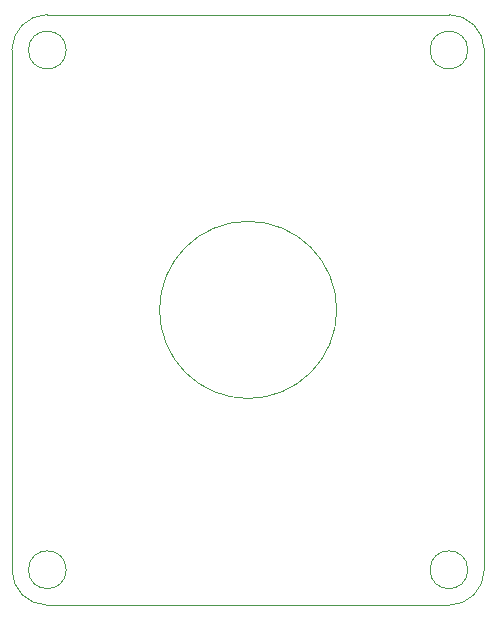
<source format=gm1>
%TF.GenerationSoftware,KiCad,Pcbnew,(5.99.0-11336-g5116fa6d12)*%
%TF.CreationDate,2021-07-16T01:16:28+02:00*%
%TF.ProjectId,WS2811_3W,57533238-3131-45f3-9357-2e6b69636164,rev?*%
%TF.SameCoordinates,Original*%
%TF.FileFunction,Profile,NP*%
%FSLAX46Y46*%
G04 Gerber Fmt 4.6, Leading zero omitted, Abs format (unit mm)*
G04 Created by KiCad (PCBNEW (5.99.0-11336-g5116fa6d12)) date 2021-07-16 01:16:28*
%MOMM*%
%LPD*%
G01*
G04 APERTURE LIST*
%TA.AperFunction,Profile*%
%ADD10C,0.010000*%
%TD*%
G04 APERTURE END LIST*
D10*
X72644000Y-64506001D02*
G75*
G02*
X75644000Y-61506001I3000000J0D01*
G01*
X109643999Y-61506001D02*
X75644000Y-61506001D01*
X77244000Y-108506001D02*
G75*
G03*
X77244000Y-108506001I-1600000J0D01*
G01*
X100143999Y-86506001D02*
G75*
G03*
X100143999Y-86506001I-7500000J0D01*
G01*
X111243998Y-64506001D02*
G75*
G03*
X111243998Y-64506001I-1600000J0D01*
G01*
X72644000Y-64506001D02*
X72644000Y-108506000D01*
X112643999Y-108506000D02*
X112643999Y-64506001D01*
X109643999Y-61506001D02*
G75*
G02*
X112643999Y-64506001I0J-3000000D01*
G01*
X112643999Y-108506000D02*
G75*
G02*
X109643999Y-111506000I-3000000J0D01*
G01*
X75644000Y-111506000D02*
X109643999Y-111506000D01*
X111243998Y-108506001D02*
G75*
G03*
X111243998Y-108506001I-1600000J0D01*
G01*
X75644000Y-111506000D02*
G75*
G02*
X72644000Y-108506000I0J3000000D01*
G01*
X77244000Y-64506001D02*
G75*
G03*
X77244000Y-64506001I-1600000J0D01*
G01*
M02*

</source>
